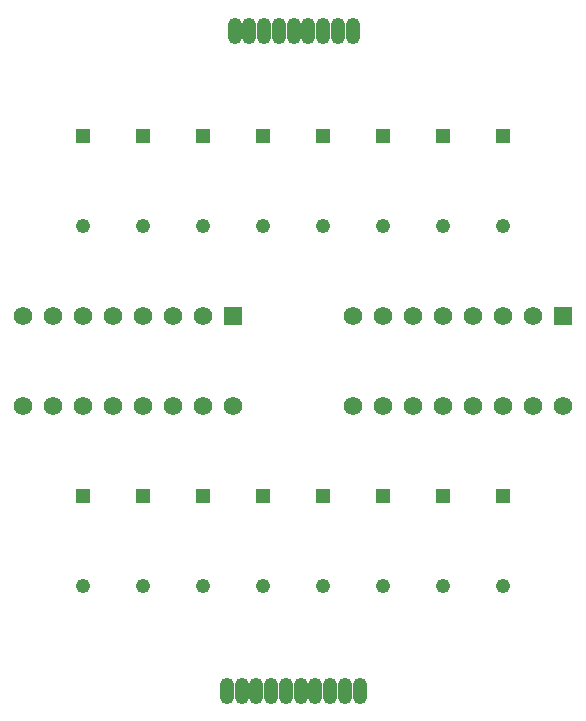
<source format=gbr>
%TF.GenerationSoftware,KiCad,Pcbnew,7.0.9*%
%TF.CreationDate,2024-01-04T07:45:15-05:00*%
%TF.ProjectId,trigger_line,74726967-6765-4725-9f6c-696e652e6b69,rev?*%
%TF.SameCoordinates,Original*%
%TF.FileFunction,Soldermask,Bot*%
%TF.FilePolarity,Negative*%
%FSLAX46Y46*%
G04 Gerber Fmt 4.6, Leading zero omitted, Abs format (unit mm)*
G04 Created by KiCad (PCBNEW 7.0.9) date 2024-01-04 07:45:15*
%MOMM*%
%LPD*%
G01*
G04 APERTURE LIST*
G04 Aperture macros list*
%AMRoundRect*
0 Rectangle with rounded corners*
0 $1 Rounding radius*
0 $2 $3 $4 $5 $6 $7 $8 $9 X,Y pos of 4 corners*
0 Add a 4 corners polygon primitive as box body*
4,1,4,$2,$3,$4,$5,$6,$7,$8,$9,$2,$3,0*
0 Add four circle primitives for the rounded corners*
1,1,$1+$1,$2,$3*
1,1,$1+$1,$4,$5*
1,1,$1+$1,$6,$7*
1,1,$1+$1,$8,$9*
0 Add four rect primitives between the rounded corners*
20,1,$1+$1,$2,$3,$4,$5,0*
20,1,$1+$1,$4,$5,$6,$7,0*
20,1,$1+$1,$6,$7,$8,$9,0*
20,1,$1+$1,$8,$9,$2,$3,0*%
G04 Aperture macros list end*
%ADD10RoundRect,0.102000X-0.679000X0.679000X-0.679000X-0.679000X0.679000X-0.679000X0.679000X0.679000X0*%
%ADD11C,1.562000*%
%ADD12R,1.244600X1.244600*%
%ADD13C,1.244600*%
%ADD14O,1.220000X2.236000*%
G04 APERTURE END LIST*
D10*
%TO.C,U2*%
X134620000Y-83820000D03*
D11*
X132080000Y-83820000D03*
X129540000Y-83820000D03*
X127000000Y-83820000D03*
X124460000Y-83820000D03*
X121920000Y-83820000D03*
X119380000Y-83820000D03*
X116840000Y-83820000D03*
X116840000Y-91440000D03*
X119380000Y-91440000D03*
X121920000Y-91440000D03*
X124460000Y-91440000D03*
X127000000Y-91440000D03*
X129540000Y-91440000D03*
X132080000Y-91440000D03*
X134620000Y-91440000D03*
%TD*%
D12*
%TO.C,R7*%
X127000000Y-68580000D03*
D13*
X127000000Y-76200000D03*
%TD*%
D12*
%TO.C,R4*%
X142240000Y-68580000D03*
D13*
X142240000Y-76200000D03*
%TD*%
D14*
%TO.C,P1*%
X144740000Y-59690000D03*
X143490000Y-59690000D03*
X142240000Y-59690000D03*
X140990000Y-59690000D03*
X139740000Y-59690000D03*
X138490000Y-59690000D03*
X137240000Y-59690000D03*
X135990000Y-59690000D03*
X134740000Y-59690000D03*
%TD*%
D12*
%TO.C,R13*%
X137160000Y-99060000D03*
D13*
X137160000Y-106680000D03*
%TD*%
D12*
%TO.C,R15*%
X127000000Y-99060000D03*
D13*
X127000000Y-106680000D03*
%TD*%
D12*
%TO.C,R11*%
X147320000Y-99060000D03*
D13*
X147320000Y-106680000D03*
%TD*%
D10*
%TO.C,U1*%
X162560000Y-83820000D03*
D11*
X160020000Y-83820000D03*
X157480000Y-83820000D03*
X154940000Y-83820000D03*
X152400000Y-83820000D03*
X149860000Y-83820000D03*
X147320000Y-83820000D03*
X144780000Y-83820000D03*
X144780000Y-91440000D03*
X147320000Y-91440000D03*
X149860000Y-91440000D03*
X152400000Y-91440000D03*
X154940000Y-91440000D03*
X157480000Y-91440000D03*
X160020000Y-91440000D03*
X162560000Y-91440000D03*
%TD*%
D12*
%TO.C,R14*%
X132080000Y-99060000D03*
D13*
X132080000Y-106680000D03*
%TD*%
D12*
%TO.C,R5*%
X137160000Y-68580000D03*
D13*
X137160000Y-76200000D03*
%TD*%
D12*
%TO.C,R2*%
X152400000Y-68580000D03*
D13*
X152400000Y-76200000D03*
%TD*%
D12*
%TO.C,R3*%
X147320000Y-68580000D03*
D13*
X147320000Y-76200000D03*
%TD*%
D12*
%TO.C,R1*%
X157480000Y-68580000D03*
D13*
X157480000Y-76200000D03*
%TD*%
D12*
%TO.C,R10*%
X152400000Y-99060000D03*
D13*
X152400000Y-106680000D03*
%TD*%
D12*
%TO.C,R9*%
X157480000Y-99060000D03*
D13*
X157480000Y-106680000D03*
%TD*%
D12*
%TO.C,R6*%
X132080000Y-68580000D03*
D13*
X132080000Y-76200000D03*
%TD*%
D12*
%TO.C,R12*%
X142240000Y-99060000D03*
D13*
X142240000Y-106680000D03*
%TD*%
D12*
%TO.C,R8*%
X121920000Y-68580000D03*
D13*
X121920000Y-76200000D03*
%TD*%
D12*
%TO.C,R16*%
X121920000Y-99060000D03*
D13*
X121920000Y-106680000D03*
%TD*%
D14*
%TO.C,P2*%
X145325000Y-115570000D03*
X144075000Y-115570000D03*
X142825000Y-115570000D03*
X141575000Y-115570000D03*
X140325000Y-115570000D03*
X139075000Y-115570000D03*
X137825000Y-115570000D03*
X136575000Y-115570000D03*
X135325000Y-115570000D03*
X134075000Y-115570000D03*
%TD*%
M02*

</source>
